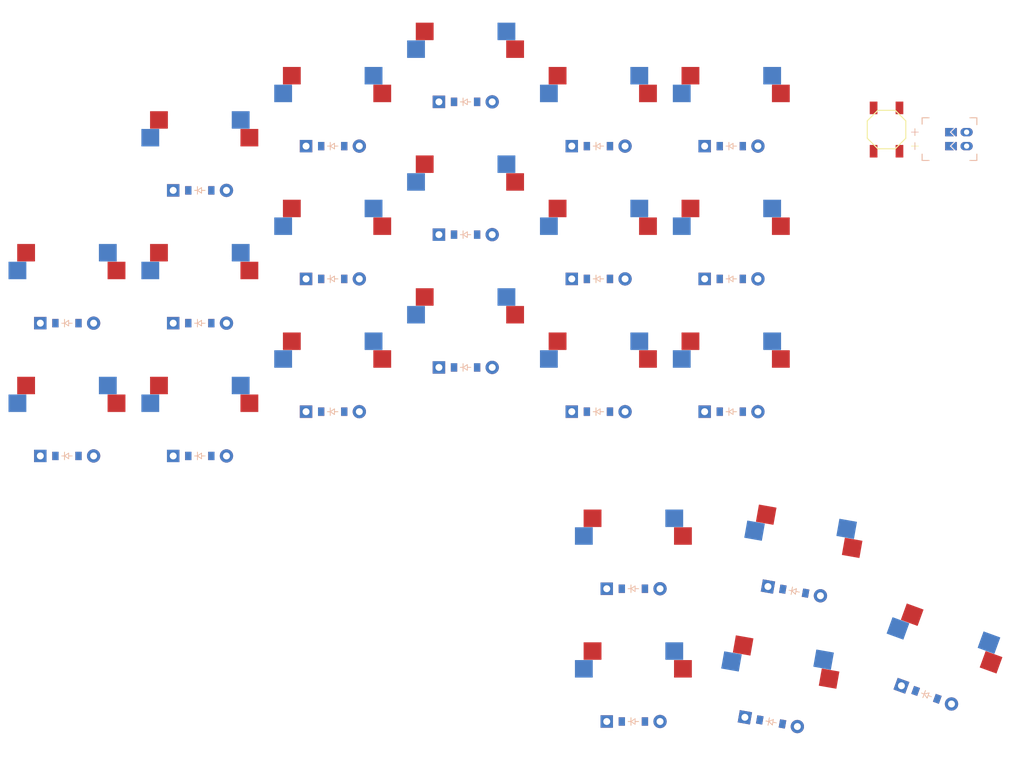
<source format=kicad_pcb>
(kicad_pcb (version 20241229) (generator "pcbnew") (generator_version "9.0")
  (title_block (title "legendaryGuacamole_pcb") (rev "v1.0.0") (company "Diablica"))
  (layers (0 "F.Cu" signal) (2 "B.Cu" signal) (13 "F.Paste" user) (15 "B.Paste" user) (5 "F.SilkS" user) (7 "B.SilkS" user) (1 "F.Mask" user) (3 "B.Mask" user) (25 "Edge.Cuts" user))
  (net 0 "")
  (net 1 "/outer_home")
  (net 2 "/P7")
  (net 3 "/pinky_bottom")
  (net 4 "/P8")
  (net 5 "/pinky_home")
  (net 6 "/P6")
  (net 7 "/pinky_top")
  (net 8 "/ring_bottom")
  (net 9 "/ring_home")
  (net 10 "/ring_top")
  (net 11 "/middle_bottom")
  (net 12 "/middle_home")
  (net 13 "/middle_top")
  (net 14 "/index_bottom")
  (net 15 "/index_home")
  (net 16 "/index_top")
  (net 17 "/inner_bottom")
  (net 18 "/inner_home")
  (net 19 "/inner_top")
  (net 20 "/thumb_1_row_0")
  (net 21 "/P10")
  (net 22 "/thumb_1_row_1")
  (net 23 "/P9")
  (net 24 "/thumb_2_row_0")
  (net 25 "/thumb_2_row_1")
  (net 26 "/thumb_3_row_0")
  (net 27 "/outer_bottom")
  (net 28 "/P0")
  (net 29 "/P1")
  (net 30 "/P2")
  (net 31 "/P3")
  (net 32 "/P4")
  (net 33 "/P5")
  (net 34 "/GND")
  (net 35 "/RST")
  (net 36 "/BAT_P")
  (footprint "E73:SW_TACT_ALPS_SKQGABE010" (layer "F.Cu") (at 231.648 92.202 -90)
    (property "Reference" "B1" (hide yes))
    (property "Value" "~" (hide yes))
    (pad "1" smd rect (at -3.1 -1.85 270) (size 1.8 1.1) (layers "F.Cu" "F.Mask" "F.Paste") (net 34 "/GND"))
    (pad "1" smd rect (at 3.1 -1.85 270) (size 1.8 1.1) (layers "F.Cu" "F.Mask" "F.Paste") (net 34 "/GND"))
    (pad "2" smd rect (at -3.1 1.85 270) (size 1.8 1.1) (layers "F.Cu" "F.Mask" "F.Paste") (net 35 "/RST"))
    (pad "2" smd rect (at 3.1 1.85 270) (size 1.8 1.1) (layers "F.Cu" "F.Mask" "F.Paste") (net 35 "/RST"))
  )
  (footprint "MX" (layer "F.Cu") (at 190.45 127.571334)
    (property "Reference" "S12" (hide yes))
    (property "Value" "~" (hide yes))
    (pad "" np_thru_hole circle (at -5.08 0) (size 1.7018 1.7018) (drill 1.7018) (layers "*.Cu" "*.Mask"))
    (pad "" np_thru_hole circle (at -3.81 -2.54) (size 3 3) (drill 3) (layers "*.Cu" "*.Mask"))
    (pad "" np_thru_hole circle (at -2.54 -5.08) (size 3 3) (drill 3) (layers "*.Cu" "*.Mask"))
    (pad "" np_thru_hole circle (at 0 0) (size 3.9878 3.9878) (drill 3.9878) (layers "*.Cu" "*.Mask"))
    (pad "" np_thru_hole circle (at 2.54 -5.08) (size 3 3) (drill 3) (layers "*.Cu" "*.Mask"))
    (pad "" np_thru_hole circle (at 3.81 -2.54) (size 3 3) (drill 3) (layers "*.Cu" "*.Mask"))
    (pad "" np_thru_hole circle (at 5.08 0) (size 1.7018 1.7018) (drill 1.7018) (layers "*.Cu" "*.Mask"))
    (pad "1" smd rect (at -7.085 -2.54) (size 2.55 2.5) (layers "B.Cu" "B.Mask" "B.Paste") (net 32 "/P4"))
    (pad "1" smd rect (at 7.085 -2.54) (size 2.55 2.5) (layers "F.Cu" "F.Mask" "F.Paste") (net 32 "/P4"))
    (pad "2" smd rect (at -5.842 -5.08) (size 2.55 2.5) (layers "F.Cu" "F.Mask" "F.Paste") (net 14 "/index_bottom"))
    (pad "2" smd rect (at 5.842 -5.08) (size 2.55 2.5) (layers "B.Cu" "B.Mask" "B.Paste") (net 14 "/index_bottom"))
  )
  (footprint "MX" (layer "F.Cu") (at 190.45 89.571334)
    (property "Reference" "S14" (hide yes))
    (property "Value" "~" (hide yes))
    (pad "" np_thru_hole circle (at -5.08 0) (size 1.7018 1.7018) (drill 1.7018) (layers "*.Cu" "*.Mask"))
    (pad "" np_thru_hole circle (at -3.81 -2.54) (size 3 3) (drill 3) (layers "*.Cu" "*.Mask"))
    (pad "" np_thru_hole circle (at -2.54 -5.08) (size 3 3) (drill 3) (layers "*.Cu" "*.Mask"))
    (pad "" np_thru_hole circle (at 0 0) (size 3.9878 3.9878) (drill 3.9878) (layers "*.Cu" "*.Mask"))
    (pad "" np_thru_hole circle (at 2.54 -5.08) (size 3 3) (drill 3) (layers "*.Cu" "*.Mask"))
    (pad "" np_thru_hole circle (at 3.81 -2.54) (size 3 3) (drill 3) (layers "*.Cu" "*.Mask"))
    (pad "" np_thru_hole circle (at 5.08 0) (size 1.7018 1.7018) (drill 1.7018) (layers "*.Cu" "*.Mask"))
    (pad "1" smd rect (at -7.085 -2.54) (size 2.55 2.5) (layers "B.Cu" "B.Mask" "B.Paste") (net 32 "/P4"))
    (pad "1" smd rect (at 7.085 -2.54) (size 2.55 2.5) (layers "F.Cu" "F.Mask" "F.Paste") (net 32 "/P4"))
    (pad "2" smd rect (at -5.842 -5.08) (size 2.55 2.5) (layers "F.Cu" "F.Mask" "F.Paste") (net 16 "/index_top"))
    (pad "2" smd rect (at 5.842 -5.08) (size 2.55 2.5) (layers "B.Cu" "B.Mask" "B.Paste") (net 16 "/index_top"))
  )
  (footprint "ComboDiode" (layer "F.Cu") (at 133.45 119.904667)
    (property "Reference" "D4" (hide yes))
    (property "Value" "~" (hide yes))
    (pad "1" thru_hole rect (at -3.81 0) (size 1.778 1.778) (drill 0.9906) (layers "*.Cu" "*.Mask") (net 2 "/P7"))
    (pad "1" smd rect (at -1.65 0) (size 0.9 1.2) (layers "F.Cu" "F.Mask" "F.Paste") (net 2 "/P7"))
    (pad "1" smd rect (at -1.65 0) (size 0.9 1.2) (layers "B.Cu" "B.Mask" "B.Paste") (net 2 "/P7"))
    (pad "2" smd rect (at 1.65 0) (size 0.9 1.2) (layers "F.Cu" "F.Mask" "F.Paste") (net 5 "/pinky_home"))
    (pad "2" smd rect (at 1.65 0) (size 0.9 1.2) (layers "B.Cu" "B.Mask" "B.Paste") (net 5 "/pinky_home"))
    (pad "2" thru_hole circle (at 3.81 0) (size 1.905 1.905) (drill 0.9906) (layers "*.Cu" "*.Mask") (net 5 "/pinky_home"))
  )
  (footprint "MX" (layer "F.Cu") (at 216.012834 172.041397 -10)
    (property "Reference" "S20" (hide yes))
    (property "Value" "~" (hide yes))
    (pad "" np_thru_hole circle (at -5.08 0) (size 1.7018 1.7018) (drill 1.7018) (layers "*.Cu" "*.Mask"))
    (pad "" np_thru_hole circle (at -3.81 -2.54) (size 3 3) (drill 3) (layers "*.Cu" "*.Mask"))
    (pad "" np_thru_hole circle (at -2.54 -5.08) (size 3 3) (drill 3) (layers "*.Cu" "*.Mask"))
    (pad "" np_thru_hole circle (at 0 0) (size 3.9878 3.9878) (drill 3.9878) (layers "*.Cu" "*.Mask"))
    (pad "" np_thru_hole circle (at 2.54 -5.08) (size 3 3) (drill 3) (layers "*.Cu" "*.Mask"))
    (pad "" np_thru_hole circle (at 3.81 -2.54) (size 3 3) (drill 3) (layers "*.Cu" "*.Mask"))
    (pad "" np_thru_hole circle (at 5.08 0) (size 1.7018 1.7018) (drill 1.7018) (layers "*.Cu" "*.Mask"))
    (pad "1" smd rect (at -7.085 -2.54 350) (size 2.55 2.5) (layers "B.Cu" "B.Mask" "B.Paste") (net 32 "/P4"))
    (pad "1" smd rect (at 7.085 -2.54 350) (size 2.55 2.5) (layers "F.Cu" "F.Mask" "F.Paste") (net 32 "/P4"))
    (pad "2" smd rect (at -5.842 -5.08 350) (size 2.55 2.5) (layers "F.Cu" "F.Mask" "F.Paste") (net 24 "/thumb_2_row_0"))
    (pad "2" smd rect (at 5.842 -5.08 350) (size 2.55 2.5) (layers "B.Cu" "B.Mask" "B.Paste") (net 24 "/thumb_2_row_0"))
  )
  (footprint "MX" (layer "F.Cu") (at 133.45 95.904667)
    (property "Reference" "S5" (hide yes))
    (property "Value" "~" (hide yes))
    (pad "" np_thru_hole circle (at -5.08 0) (size 1.7018 1.7018) (drill 1.7018) (layers "*.Cu" "*.Mask"))
    (pad "" np_thru_hole circle (at -3.81 -2.54) (size 3 3) (drill 3) (layers "*.Cu" "*.Mask"))
    (pad "" np_thru_hole circle (at -2.54 -5.08) (size 3 3) (drill 3) (layers "*.Cu" "*.Mask"))
    (pad "" np_thru_hole circle (at 0 0) (size 3.9878 3.9878) (drill 3.9878) (layers "*.Cu" "*.Mask"))
    (pad "" np_thru_hole circle (at 2.54 -5.08) (size 3 3) (drill 3) (layers "*.Cu" "*.Mask"))
    (pad "" np_thru_hole circle (at 3.81 -2.54) (size 3 3) (drill 3) (layers "*.Cu" "*.Mask"))
    (pad "" np_thru_hole circle (at 5.08 0) (size 1.7018 1.7018) (drill 1.7018) (layers "*.Cu" "*.Mask"))
    (pad "1" smd rect (at -7.085 -2.54) (size 2.55 2.5) (layers "B.Cu" "B.Mask" "B.Paste") (net 29 "/P1"))
    (pad "1" smd rect (at 7.085 -2.54) (size 2.55 2.5) (layers "F.Cu" "F.Mask" "F.Paste") (net 29 "/P1"))
    (pad "2" smd rect (at -5.842 -5.08) (size 2.55 2.5) (layers "F.Cu" "F.Mask" "F.Paste") (net 7 "/pinky_top"))
    (pad "2" smd rect (at 5.842 -5.08) (size 2.55 2.5) (layers "B.Cu" "B.Mask" "B.Paste") (net 7 "/pinky_top"))
  )
  (footprint "ComboDiode" (layer "F.Cu") (at 209.45 113.571334)
    (property "Reference" "D16" (hide yes))
    (property "Value" "~" (hide yes))
    (pad "1" thru_hole rect (at -3.81 0) (size 1.778 1.778) (drill 0.9906) (layers "*.Cu" "*.Mask") (net 2 "/P7"))
    (pad "1" smd rect (at -1.65 0) (size 0.9 1.2) (layers "F.Cu" "F.Mask" "F.Paste") (net 2 "/P7"))
    (pad "1" smd rect (at -1.65 0) (size 0.9 1.2) (layers "B.Cu" "B.Mask" "B.Paste") (net 2 "/P7"))
    (pad "2" smd rect (at 1.65 0) (size 0.9 1.2) (layers "F.Cu" "F.Mask" "F.Paste") (net 18 "/inner_home"))
    (pad "2" smd rect (at 1.65 0) (size 0.9 1.2) (layers "B.Cu" "B.Mask" "B.Paste") (net 18 "/inner_home"))
    (pad "2" thru_hole circle (at 3.81 0) (size 1.905 1.905) (drill 0.9906) (layers "*.Cu" "*.Mask") (net 18 "/inner_home"))
  )
  (footprint "ComboDiode" (layer "F.Cu") (at 152.45 132.571334)
    (property "Reference" "D6" (hide yes))
    (property "Value" "~" (hide yes))
    (pad "1" thru_hole rect (at -3.81 0) (size 1.778 1.778) (drill 0.9906) (layers "*.Cu" "*.Mask") (net 4 "/P8"))
    (pad "1" smd rect (at -1.65 0) (size 0.9 1.2) (layers "F.Cu" "F.Mask" "F.Paste") (net 4 "/P8"))
    (pad "1" smd rect (at -1.65 0) (size 0.9 1.2) (layers "B.Cu" "B.Mask" "B.Paste") (net 4 "/P8"))
    (pad "2" smd rect (at 1.65 0) (size 0.9 1.2) (layers "F.Cu" "F.Mask" "F.Paste") (net 8 "/ring_bottom"))
    (pad "2" smd rect (at 1.65 0) (size 0.9 1.2) (layers "B.Cu" "B.Mask" "B.Paste") (net 8 "/ring_bottom"))
    (pad "2" thru_hole circle (at 3.81 0) (size 1.905 1.905) (drill 0.9906) (layers "*.Cu" "*.Mask") (net 8 "/ring_bottom"))
  )
  (footprint "ComboDiode" (layer "F.Cu") (at 190.45 113.571334)
    (property "Reference" "D13" (hide yes))
    (property "Value" "~" (hide yes))
    (pad "1" thru_hole rect (at -3.81 0) (size 1.778 1.778) (drill 0.9906) (layers "*.Cu" "*.Mask") (net 2 "/P7"))
    (pad "1" smd rect (at -1.65 0) (size 0.9 1.2) (layers "F.Cu" "F.Mask" "F.Paste") (net 2 "/P7"))
    (pad "1" smd rect (at -1.65 0) (size 0.9 1.2) (layers "B.Cu" "B.Mask" "B.Paste") (net 2 "/P7"))
    (pad "2" smd rect (at 1.65 0) (size 0.9 1.2) (layers "F.Cu" "F.Mask" "F.Paste") (net 15 "/index_home"))
    (pad "2" smd rect (at 1.65 0) (size 0.9 1.2) (layers "B.Cu" "B.Mask" "B.Paste") (net 15 "/index_home"))
    (pad "2" thru_hole circle (at 3.81 0) (size 1.905 1.905) (drill 0.9906) (layers "*.Cu" "*.Mask") (net 15 "/index_home"))
  )
  (footprint "ComboDiode" (layer "F.Cu") (at 209.45 94.571334)
    (property "Reference" "D17" (hide yes))
    (property "Value" "~" (hide yes))
    (pad "1" thru_hole rect (at -3.81 0) (size 1.778 1.778) (drill 0.9906) (layers "*.Cu" "*.Mask") (net 6 "/P6"))
    (pad "1" smd rect (at -1.65 0) (size 0.9 1.2) (layers "F.Cu" "F.Mask" "F.Paste") (net 6 "/P6"))
    (pad "1" smd rect (at -1.65 0) (size 0.9 1.2) (layers "B.Cu" "B.Mask" "B.Paste") (net 6 "/P6"))
    (pad "2" smd rect (at 1.65 0) (size 0.9 1.2) (layers "F.Cu" "F.Mask" "F.Paste") (net 19 "/inner_top"))
    (pad "2" smd rect (at 1.65 0) (size 0.9 1.2) (layers "B.Cu" "B.Mask" "B.Paste") (net 19 "/inner_top"))
    (pad "2" thru_hole circle (at 3.81 0) (size 1.905 1.905) (drill 0.9906) (layers "*.Cu" "*.Mask") (net 19 "/inner_top"))
  )
  (footprint "ComboDiode" (layer "F.Cu") (at 114.45 138.904667)
    (property "Reference" "D1" (hide yes))
    (property "Value" "~" (hide yes))
    (pad "1" thru_hole rect (at -3.81 0) (size 1.778 1.778) (drill 0.9906) (layers "*.Cu" "*.Mask") (net 4 "/P8"))
    (pad "1" smd rect (at -1.65 0) (size 0.9 1.2) (layers "F.Cu" "F.Mask" "F.Paste") (net 4 "/P8"))
    (pad "1" smd rect (at -1.65 0) (size 0.9 1.2) (layers "B.Cu" "B.Mask" "B.Paste") (net 4 "/P8"))
    (pad "2" smd rect (at 1.65 0) (size 0.9 1.2) (layers "F.Cu" "F.Mask" "F.Paste") (net 27 "/outer_bottom"))
    (pad "2" smd rect (at 1.65 0) (size 0.9 1.2) (layers "B.Cu" "B.Mask" "B.Paste") (net 27 "/outer_bottom"))
    (pad "2" thru_hole circle (at 3.81 0) (size 1.905 1.905) (drill 0.9906) (layers "*.Cu" "*.Mask") (net 27 "/outer_bottom"))
  )
  (footprint "ComboDiode" (layer "F.Cu") (at 190.45 132.571334)
    (property "Reference" "D12" (hide yes))
    (property "Value" "~" (hide yes))
    (pad "1" thru_hole rect (at -3.81 0) (size 1.778 1.778) (drill 0.9906) (layers "*.Cu" "*.Mask") (net 4 "/P8"))
    (pad "1" smd rect (at -1.65 0) (size 0.9 1.2) (layers "F.Cu" "F.Mask" "F.Paste") (net 4 "/P8"))
    (pad "1" smd rect (at -1.65 0) (size 0.9 1.2) (layers "B.Cu" "B.Mask" "B.Paste") (net 4 "/P8"))
    (pad "2" smd rect (at 1.65 0) (size 0.9 1.2) (layers "F.Cu" "F.Mask" "F.Paste") (net 14 "/index_bottom"))
    (pad "2" smd rect (at 1.65 0) (size 0.9 1.2) (layers "B.Cu" "B.Mask" "B.Paste") (net 14 "/index_bottom"))
    (pad "2" thru_hole circle (at 3.81 0) (size 1.905 1.905) (drill 0.9906) (layers "*.Cu" "*.Mask") (net 14 "/index_bottom"))
  )
  (footprint "MX" (layer "F.Cu") (at 195.45 171.904667)
    (property "Reference" "S18" (hide yes))
    (property "Value" "~" (hide yes))
    (pad "" np_thru_hole circle (at -5.08 0) (size 1.7018 1.7018) (drill 1.7018) (layers "*.Cu" "*.Mask"))
    (pad "" np_thru_hole circle (at -3.81 -2.54) (size 3 3) (drill 3) (layers "*.Cu" "*.Mask"))
    (pad "" np_thru_hole circle (at -2.54 -5.08) (size 3 3) (drill 3) (layers "*.Cu" "*.Mask"))
    (pad "" np_thru_hole circle (at 0 0) (size 3.9878 3.9878) (drill 3.9878) (layers "*.Cu" "*.Mask"))
    (pad "" np_thru_hole circle (at 2.54 -5.08) (size 3 3) (drill 3) (layers "*.Cu" "*.Mask"))
    (pad "" np_thru_hole circle (at 3.81 -2.54) (size 3 3) (drill 3) (layers "*.Cu" "*.Mask"))
    (pad "" np_thru_hole circle (at 5.08 0) (size 1.7018 1.7018) (drill 1.7018) (layers "*.Cu" "*.Mask"))
    (pad "1" smd rect (at -7.085 -2.54) (size 2.55 2.5) (layers "B.Cu" "B.Mask" "B.Paste") (net 31 "/P3"))
    (pad "1" smd rect (at 7.085 -2.54) (size 2.55 2.5) (layers "F.Cu" "F.Mask" "F.Paste") (net 31 "/P3"))
    (pad "2" smd rect (at -5.842 -5.08) (size 2.55 2.5) (layers "F.Cu" "F.Mask" "F.Paste") (net 20 "/thumb_1_row_0"))
    (pad "2" smd rect (at 5.842 -5.08) (size 2.55 2.5) (layers "B.Cu" "B.Mask" "B.Paste") (net 20 "/thumb_1_row_0"))
  )
  (footprint "ComboDiode" (layer "F.Cu") (at 152.45 113.571334)
    (property "Reference" "D7" (hide yes))
    (property "Value" "~" (hide yes))
    (pad "1" thru_hole rect (at -3.81 0) (size 1.778 1.778) (drill 0.9906) (layers "*.Cu" "*.Mask") (net 2 "/P7"))
    (pad "1" smd rect (at -1.65 0) (size 0.9 1.2) (layers "F.Cu" "F.Mask" "F.Paste") (net 2 "/P7"))
    (pad "1" smd rect (at -1.65 0) (size 0.9 1.2) (layers "B.Cu" "B.Mask" "B.Paste") (net 2 "/P7"))
    (pad "2" smd rect (at 1.65 0) (size 0.9 1.2) (layers "F.Cu" "F.Mask" "F.Paste") (net 9 "/ring_home"))
    (pad "2" smd rect (at 1.65 0) (size 0.9 1.2) (layers "B.Cu" "B.Mask" "B.Paste") (net 9 "/ring_home"))
    (pad "2" thru_hole circle (at 3.81 0) (size 1.905 1.905) (drill 0.9906) (layers "*.Cu" "*.Mask") (net 9 "/ring_home"))
  )
  (footprint "ComboDiode" (layer "F.Cu") (at 195.45 157.904667)
    (property "Reference" "D19" (hide yes))
    (property "Value" "~" (hide yes))
    (pad "1" thru_hole rect (at -3.81 0) (size 1.778 1.778) (drill 0.9906) (layers "*.Cu" "*.Mask") (net 23 "/P9"))
    (pad "1" smd rect (at -1.65 0) (size 0.9 1.2) (layers "F.Cu" "F.Mask" "F.Paste") (net 23 "/P9"))
    (pad "1" smd rect (at -1.65 0) (size 0.9 1.2) (layers "B.Cu" "B.Mask" "B.Paste") (net 23 "/P9"))
    (pad "2" smd rect (at 1.65 0) (size 0.9 1.2) (layers "F.Cu" "F.Mask" "F.Paste") (net 22 "/thumb_1_row_1"))
    (pad "2" smd rect (at 1.65 0) (size 0.9 1.2) (layers "B.Cu" "B.Mask" "B.Paste") (net 22 "/thumb_1_row_1"))
    (pad "2" thru_hole circle (at 3.81 0) (size 1.905 1.905) (drill 0.9906) (layers "*.Cu" "*.Mask") (net 22 "/thumb_1_row_1"))
  )
  (footprint "ComboDiode" (layer "F.Cu") (at 237.358576 173.094173 -20)
    (property "Reference" "D22" (hide yes))
    (property "Value" "~" (hide yes))
    (pad "1" thru_hole rect (at -3.81 0 340) (size 1.778 1.778) (drill 0.9906) (layers "*.Cu" "*.Mask") (net 21 "/P10"))
    (pad "1" smd rect (at -1.65 0 340) (size 0.9 1.2) (layers "F.Cu" "F.Mask" "F.Paste") (net 21 "/P10"))
    (pad "1" smd rect (at -1.65 0 340) (size 0.9 1.2) (layers "B.Cu" "B.Mask" "B.Paste") (net 21 "/P10"))
    (pad "2" smd rect (at 1.65 0 340) (size 0.9 1.2) (layers "F.Cu" "F.Mask" "F.Paste") (net 26 "/thumb_3_row_0"))
    (pad "2" smd rect (at 1.65 0 340) (size 0.9 1.2) (layers "B.Cu" "B.Mask" "B.Paste") (net 26 "/thumb_3_row_0"))
    (pad "2" thru_hole circle (at 3.81 0 340) (size 1.905 1.905) (drill 0.9906) (layers "*.Cu" "*.Mask") (net 26 "/thumb_3_row_0"))
  )
  (footprint "MX" (layer "F.Cu") (at 190.45 108.571334)
    (property "Reference" "S13" (hide yes))
    (property "Value" "~" (hide yes))
    (pad "" np_thru_hole circle (at -5.08 0) (size 1.7018 1.7018) (drill 1.7018) (layers "*.Cu" "*.Mask"))
    (pad "" np_thru_hole circle (at -3.81 -2.54) (size 3 3) (drill 3) (layers "*.Cu" "*.Mask"))
    (pad "" np_thru_hole circle (at -2.54 -5.08) (size 3 3) (drill 3) (layers "*.Cu" "*.Mask"))
    (pad "" np_thru_hole circle (at 0 0) (size 3.9878 3.9878) (drill 3.9878) (layers "*.Cu" "*.Mask"))
    (pad "" np_thru_hole circle (at 2.54 -5.08) (size 3 3) (drill 3) (layers "*.Cu" "*.Mask"))
    (pad "" np_thru_hole circle (at 3.81 -2.54) (size 3 3) (drill 3) (layers "*.Cu" "*.Mask"))
    (pad "" np_thru_hole circle (at 5.08 0) (size 1.7018 1.7018) (drill 1.7018) (layers "*.Cu" "*.Mask"))
    (pad "1" smd rect (at -7.085 -2.54) (size 2.55 2.5) (layers "B.Cu" "B.Mask" "B.Paste") (net 32 "/P4"))
    (pad "1" smd rect (at 7.085 -2.54) (size 2.55 2.5) (layers "F.Cu" "F.Mask" "F.Paste") (net 32 "/P4"))
    (pad "2" smd rect (at -5.842 -5.08) (size 2.55 2.5) (layers "F.Cu" "F.Mask" "F.Paste") (net 15 "/index_home"))
    (pad "2" smd rect (at 5.842 -5.08) (size 2.55 2.5) (layers "B.Cu" "B.Mask" "B.Paste") (net 15 "/index_home"))
  )
  (footprint "ComboDiode" (layer "F.Cu") (at 190.45 94.571334)
    (property "Reference" "D14" (hide yes))
    (property "Value" "~" (hide yes))
    (pad "1" thru_hole rect (at -3.81 0) (size 1.778 1.778) (drill 0.9906) (layers "*.Cu" "*.Mask") (net 6 "/P6"))
    (pad "1" smd rect (at -1.65 0) (size 0.9 1.2) (layers "F.Cu" "F.Mask" "F.Paste") (net 6 "/P6"))
    (pad "1" smd rect (at -1.65 0) (size 0.9 1.2) (layers "B.Cu" "B.Mask" "B.Paste") (net 6 "/P6"))
    (pad "2" smd rect (at 1.65 0) (size 0.9 1.2) (layers "F.Cu" "F.Mask" "F.Paste") (net 16 "/index_top"))
    (pad "2" smd rect (at 1.65 0) (size 0.9 1.2) (layers "B.Cu" "B.Mask" "B.Paste") (net 16 "/index_top"))
    (pad "2" thru_hole circle (at 3.81 0) (size 1.905 1.905) (drill 0.9906) (layers "*.Cu" "*.Mask") (net 16 "/index_top"))
  )
  (footprint "ComboDiode" (layer "F.Cu") (at 215.144593 176.965436 -10)
    (property "Reference" "D20" (hide yes))
    (property "Value" "~" (hide yes))
    (pad "1" thru_hole rect (at -3.810001 0 350) (size 1.778 1.778) (drill 0.9906) (layers "*.Cu" "*.Mask") (net 21 "/P10"))
    (pad "1" smd rect (at -1.65 0.000001 350) (size 0.9 1.2) (layers "F.Cu" "F.Mask" "F.Paste") (net 21 "/P10"))
    (pad "1" smd rect (at -1.65 0.000001 350) (size 0.9 1.2) (layers "B.Cu" "B.Mask" "B.Paste") (net 21 "/P10"))
    (pad "2" smd rect (at 1.65 -0.000001 350) (size 0.9 1.2) (layers "F.Cu" "F.Mask" "F.Paste") (net 24 "/thumb_2_row_0"))
    (pad "2" smd rect (at 1.65 -0.000001 350) (size 0.9 1.2) (layers "B.Cu" "B.Mask" "B.Paste") (net 24 "/thumb_2_row_0"))
    (pad "2" thru_hole circle (at 3.810001 0 350) (size 1.905 1.905) (drill 0.9906) (layers "*.Cu" "*.Mask") (net 24 "/thumb_2_row_0"))
  )
  (footprint "ComboDiode" (layer "F.Cu") (at 152.45 94.571334)
    (property "Reference" "D8" (hide yes))
    (property "Value" "~" (hide yes))
    (pad "1" thru_hole rect (at -3.81 0) (size 1.778 1.778) (drill 0.9906) (layers "*.Cu" "*.Mask") (net 6 "/P6"))
    (pad "1" smd rect (at -1.65 0) (size 0.9 1.2) (layers "F.Cu" "F.Mask" "F.Paste") (net 6 "/P6"))
    (pad "1" smd rect (at -1.65 0) (size 0.9 1.2) (layers "B.Cu" "B.Mask" "B.Paste") (net 6 "/P6"))
    (pad "2" smd rect (at 1.65 0) (size 0.9 1.2) (layers "F.Cu" "F.Mask" "F.Paste") (net 10 "/ring_top"))
    (pad "2" smd rect (at 1.65 0) (size 0.9 1.2) (layers "B.Cu" "B.Mask" "B.Paste") (net 10 "/ring_top"))
    (pad "2" thru_hole circle (at 3.81 0) (size 1.905 1.905) (drill 0.9906) (layers "*.Cu" "*.Mask") (net 10 "/ring_top"))
  )
  (footprint "MX" (layer "F.Cu") (at 133.45 133.904667)
    (property "Reference" "S3" (hide yes))
    (property "Value" "~" (hide yes))
    (pad "" np_thru_hole circle (at -5.08 0) (size 1.7018 1.7018) (drill 1.7018) (layers "*.Cu" "*.Mask"))
    (pad "" np_thru_hole circle (at -3.81 -2.54) (size 3 3) (drill 3) (layers "*.Cu" "*.Mask"))
    (pad "" np_thru_hole circle (at -2.54 -5.08) (size 3 3) (drill 3) (layers "*.Cu" "*.Mask"))
    (pad "" np_thru_hole circle (at 0 0) (size 3.9878 3.9878) (drill 3.9878) (layers "*.Cu" "*.Mask"))
    (pad "" np_thru_hole circle (at 2.54 -5.08) (size 3 3) (drill 3) (layers "*.Cu" "*.Mask"))
    (pad "" np_thru_hole circle (at 3.81 -2.54) (size 3 3) (drill 3) (layers "*.Cu" "*.Mask"))
    (pad "" np_thru_hole circle (at 5.08 0) (size 1.7018 1.7018) (drill 1.7018) (layers "*.Cu" "*.Mask"))
    (pad "1" smd rect (at -7.085 -2.54) (size 2.55 2.5) (layers "B.Cu" "B.Mask" "B.Paste") (net 29 "/P1"))
    (pad "1" smd rect (at 7.085 -2.54) (size 2.55 2.5) (layers "F.Cu" "F.Mask" "F.Paste") (net 29 "/P1"))
    (pad "2" smd rect (at -5.842 -5.08) (size 2.55 2.5) (layers "F.Cu" "F.Mask" "F.Paste") (net 3 "/pinky_bottom"))
    (pad "2" smd rect (at 5.842 -5.08) (size 2.55 2.5) (layers "B.Cu" "B.Mask" "B.Paste") (net 3 "/pinky_bottom"))
  )
  (footprint "ComboDiode" (layer "F.Cu") (at 171.45 107.238)
    (property "Reference" "D10" (hide yes))
    (property "Value" "~" (hide yes))
    (pad "1" thru_hole rect (at -3.81 0) (size 1.778 1.778) (drill 0.9906) (layers "*.Cu" "*.Mask") (net 2 "/P7"))
    (pad "1" smd rect (at -1.65 0) (size 0.9 1.2) (layers "F.Cu" "F.Mask" "F.Paste") (net 2 "/P7"))
    (pad "1" smd rect (at -1.65 0) (size 0.9 1.2) (layers "B.Cu" "B.Mask" "B.Paste") (net 2 "/P7"))
    (pad "2" smd rect (at 1.65 0) (size 0.9 1.2) (layers "F.Cu" "F.Mask" "F.Paste") (net 12 "/middle_home"))
    (pad "2" smd rect (at 1.65 0) (size 0.9 1.2) (layers "B.Cu" "B.Mask" "B.Paste") (net 12 "/middle_home"))
    (pad "2" thru_hole circle (at 3.81 0) (size 1.905 1.905) (drill 0.9906) (layers "*.Cu" "*.Mask") (net 12 "/middle_home"))
  )
  (footprint "MX" (layer "F.Cu") (at 152.45 127.571334)
    (property "Reference" "S6" (hide yes))
    (property "Value" "~" (hide yes))
    (pad "" np_thru_hole circle (at -5.08 0) (size 1.7018 1.7018) (drill 1.7018) (layers "*.Cu" "*.Mask"))
    (pad "" np_thru_hole circle (at -3.81 -2.54) (size 3 3) (drill 3) (layers "*.Cu" "*.Mask"))
    (pad "" np_thru_hole circle (at -2.54 -5.08) (size 3 3) (drill 3) (layers "*.Cu" "*.Mask"))
    (pad "" np_thru_hole circle (at 0 0) (size 3.9878 3.9878) (drill 3.9878) (layers "*.Cu" "*.Mask"))
    (pad "" np_thru_hole circle (at 2.54 -5.08) (size 3 3) (drill 3) (layers "*.Cu" "*.Mask"))
    (pad "" np_thru_hole circle (at 3.81 -2.54) (size 3 3) (drill 3) (layers "*.Cu" "*.Mask"))
    (pad "" np_thru_hole circle (at 5.08 0) (size 1.7018 1.7018) (drill 1.7018) (layers "*.Cu" "*.Mask"))
    (pad "1" smd rect (at -7.085 -2.54) (size 2.55 2.5) (layers "B.Cu" "B.Mask" "B.Paste") (net 30 "/P2"))
    (pad "1" smd rect (at 7.085 -2.54) (size 2.55 2.5) (layers "F.Cu" "F.Mask" "F.Paste") (net 30 "/P2"))
    (pad "2" smd rect (at -5.842 -5.08) (size 2.55 2.5) (layers "F.Cu" "F.Mask" "F.Paste") (net 8 "/ring_bottom"))
    (pad "2" smd rect (at 5.842 -5.08) (size 2.55 2.5) (layers "B.Cu" "B.Mask" "B.Paste") (net 8 "/ring_bottom"))
  )
  (footprint "ComboDiode" (layer "F.Cu") (at 195.45 176.904667)
    (property "Reference" "D18" (hide yes))
    (property "Value" "~" (hide yes))
    (pad "1" thru_hole rect (at -3.81 0) (size 1.778 1.778) (drill 0.9906) (layers "*.Cu" "*.Mask") (net 21 "/P10"))
    (pad "1" smd rect (at -1.65 0) (size 0.9 1.2) (layers "F.Cu" "F.Mask" "F.Paste") (net 21 "/P10"))
    (pad "1" smd rect (at -1.65 0) (size 0.9 1.2) (layers "B.Cu" "B.Mask" "B.Paste") (net 21 "/P10"))
    (pad "2" smd rect (at 1.65 0) (size 0.9 1.2) (layers "F.Cu" "F.Mask" "F.Paste") (net 20 "/thumb_1_row_0"))
    (pad "2" smd rect (at 1.65 0) (size 0.9 1.2) (layers "B.Cu" "B.Mask" "B.Paste") (net 20 "/thumb_1_row_0"))
    (pad "2" thru_hole circle (at 3.81 0) (size 1.905 1.905) (drill 0.9906) (layers "*.Cu" "*.Mask") (net 20 "/thumb_1_row_0"))
  )
  (footprint "MX" (layer "F.Cu") (at 152.45 108.571334)
    (property "Reference" "S7" (hide yes))
    (property "Value" "~" (hide yes))
    (pad "" np_thru_hole circle (at -5.08 0) (size 1.7018 1.7018) (drill 1.7018) (layers "*.Cu" "*.Mask"))
    (pad "" np_thru_hole circle (at -3.81 -2.54) (size 3 3) (drill 3) (layers "*.Cu" "*.Mask"))
    (pad "" np_thru_hole circle (at -2.54 -5.08) (size 3 3) (drill 3) (layers "*.Cu" "*.Mask"))
    (pad "" np_thru_hole circle (at 0 0) (size 3.9878 3.9878) (drill 3.9878) (layers "*.Cu" "*.Mask"))
    (pad "" np_thru_hole circle (at 2.54 -5.08) (size 3 3) (drill 3) (layers "*.Cu" "*.Mask"))
    (pad "" np_thru_hole circle (at 3.81 -2.54) (size 3 3) (drill 3) (layers "*.Cu" "*.Mask"))
    (pad "" np_thru_hole circle (at 5.08 0) (size 1.7018 1.7018) (drill 1.7018) (layers "*.Cu" "*.Mask"))
    (pad "1" smd rect (at -7.085 -2.54) (size 2.55 2.5) (layers "B.Cu" "B.Mask" "B.Paste") (net 30 "/P2"))
    (pad "1" smd rect (at 7.085 -2.54) (size 2.55 2.5) (layers "F.Cu" "F.Mask" "F.Paste") (net 30 "/P2"))
    (pad "2" smd rect (at -5.842 -5.08) (size 2.55 2.5) (layers "F.Cu" "F.Mask" "F.Paste") (net 9 "/ring_home"))
    (pad "2" smd rect (at 5.842 -5.08) (size 2.55 2.5) (layers "B.Cu" "B.Mask" "B.Paste") (net 9 "/ring_home"))
  )
  (footprint "MX" (layer "F.Cu") (at 114.45 114.904667)
    (property "Reference" "S2" (hide yes))
    (property "Value" "~" (hide yes))
    (pad "" np_thru_hole circle (at -5.08 0) (size 1.7018 1.7018) (drill 1.7018) (layers "*.Cu" "*.Mask"))
    (pad "" np_thru_hole circle (at -3.81 -2.54) (size 3 3) (drill 3) (layers "*.Cu" "*.Mask"))
    (pad "" np_thru_hole circle (at -2.54 -5.08) (size 3 3) (drill 3) (layers "*.Cu" "*.Mask"))
    (pad "" np_thru_hole circle (at 0 0) (size 3.9878 3.9878) (drill 3.9878) (layers "*.Cu" "*.Mask"))
    (pad "" np_thru_hole circle (at 2.54 -5.08) (size 3 3) (drill 3) (layers "*.Cu" "*.Mask"))
    (pad "" np_thru_hole circle (at 3.81 -2.54) (size 3 3) (drill 3) (layers "*.Cu" "*.Mask"))
    (pad "" np_thru_hole circle (at 5.08 0) (size 1.7018 1.7018) (drill 1.7018) (layers "*.Cu" "*.Mask"))
    (pad "1" smd rect (at -7.085 -2.54) (size 2.55 2.5) (layers "B.Cu" "B.Mask" "B.Paste") (net 28 "/P0"))
    (pad "1" smd rect (at 7.085 -2.54) (size 2.55 2.5) (layers "F.Cu" "F.Mask" "F.Paste") (net 28 "/P0"))
    (pad "2" smd rect (at -5.842 -5.08) (size 2.55 2.5) (layers "F.Cu" "F.Mask" "F.Paste") (net 1 "/outer_home"))
    (pad "2" smd rect (at 5.842 -5.08) (size 2.55 2.5) (layers "B.Cu" "B.Mask" "B.Paste") (net 1 "/outer_home"))
  )
  (footprint "ComboDiode" (layer "F.Cu") (at 218.443908 158.254089 -10)
    (property "Reference" "D21" (hide yes))
    (property "Value" "~" (hide yes))
    (pad "1" thru_hole rect (at -3.810001 0 350) (size 1.778 1.778) (drill 0.9906) (layers "*.Cu" "*.Mask") (net 23 "/P9"))
    (pad "1" smd rect (at -1.65 0.000001 350) (size 0.9 1.2) (layers "F.Cu" "F.Mask" "F.Paste") (net 23 "/P9"))
    (pad "1" smd rect (at -1.65 0.000001 350) (size 0.9 1.2) (layers "B.Cu" "B.Mask" "B.Paste") (net 23 "/P9"))
    (pad "2" smd rect (at 1.65 -0.000001 350) (size 0.9 1.2) (layers "F.Cu" "F.Mask" "F.Paste") (net 25 "/thumb_2_row_1"))
    (pad "2" smd rect (at 1.65 -0.000001 350) (size 0.9 1.2) (layers "B.Cu" "B.Mask" "B.Paste") (net 25 "/thumb_2_row_1"))
    (pad "2" thru_hole circle (at 3.810001 0 350) (size 1.905 1.905) (drill 0.9906) (layers "*.Cu" "*.Mask") (net 25 "/thumb_2_row_1"))
  )
  (footprint "MX" (layer "F.Cu") (at 209.45 127.571334)
    (property "Reference" "S15" (hide yes))
    (property "Value" "~" (hide yes))
    (pad "" np_thru_hole circle (at -5.08 0) (size 1.7018 1.7018) (drill 1.7018) (layers "*.Cu" "*.Mask"))
    (pad "" np_thru_hole circle (at -3.81 -2.54) (size 3 3) (drill 3) (layers "*.Cu" "*.Mask"))
    (pad "" np_thru_hole circle (at -2.54 -5.08) (size 3 3) (drill 3) (layers "*.Cu" "*.Mask"))
    (pad "" np_thru_hole circle (at 0 0) (size 3.9878 3.9878) (drill 3.9878) (layers "*.Cu" "*.Mask"))
    (pad "" np_thru_hole circle (at 2.54 -5.08) (size 3 3) (drill 3) (layers "*.Cu" "*.Mask"))
    (pad "" np_thru_hole circle (at 3.81 -2.54) (size 3 3) (drill 3) (layers "*.Cu" "*.Mask"))
    (pad "" np_thru_hole circle (at 5.08 0) (size 1.7018 1.7018) (drill 1.7018) (layers "*.Cu" "*.Mask"))
    (pad "1" smd rect (at -7.085 -2.54) (size 2.55 2.5) (layers "B.Cu" "B.Mask" "B.Paste") (net 33 "/P5"))
    (pad "1" smd rect (at 7.085 -2.54) (size 2.55 2.5) (layers "F.Cu" "F.Mask" "F.Paste") (net 33 "/P5"))
    (pad "2" smd rect (at -5.842 -5.08) (size 2.55 2.5) (layers "F.Cu" "F.Mask" "F.Paste") (net 17 "/inner_bottom"))
    (pad "2" smd rect (at 5.842 -5.08) (size 2.55 2.5) (layers "B.Cu" "B.Mask" "B.Paste") (net 17 "/inner_bottom"))
  )
  (footprint "MX" (layer "F.Cu") (at 152.45 89.571334)
    (property "Reference" "S8" (hide yes))
    (property "Value" "~" (hide yes))
    (pad "" np_thru_hole circle (at -5.08 0) (size 1.7018 1.7018) (drill 1.7018) (layers "*.Cu" "*.Mask"))
    (pad "" np_thru_hole circle (at -3.81 -2.54) (size 3 3) (drill 3) (layers "*.Cu" "*.Mask"))
    (pad "" np_thru_hole circle (at -2.54 -5.08) (size 3 3) (drill 3) (layers "*.Cu" "*.Mask"))
    (pad "" np_thru_hole circle (at 0 0) (size 3.9878 3.9878) (drill 3.9878) (layers "*.Cu" "*.Mask"))
    (pad "" np_thru_hole circle (at 2.54 -5.08) (size 3 3) (drill 3) (layers "*.Cu" "*.Mask"))
    (pad "" np_thru_hole circle (at 3.81 -2.54) (size 3 3) (drill 3) (layers "*.Cu" "*.Mask"))
    (pad "" np_thru_hole circle (at 5.08 0) (size 1.7018 1.7018) (drill 1.7018) (layers "*.Cu" "*.Mask"))
    (pad "1" smd rect (at -7.085 -2.54) (size 2.55 2.5) (layers "B.Cu" "B.Mask" "B.Paste") (net 30 "/P2"))
    (pad "1" smd rect (at 7.085 -2.54) (size 2.55 2.5) (layers "F.Cu" "F.Mask" "F.Paste") (net 30 "/P2"))
    (pad "2" smd rect (at -5.842 -5.08) (size 2.55 2.5) (layers "F.Cu" "F.Mask" "F.Paste") (net 10 "/ring_top"))
    (pad "2" smd rect (at 5.842 -5.08) (size 2.55 2.5) (layers "B.Cu" "B.Mask" "B.Paste") (net 10 "/ring_top"))
  )
  (footprint "MX" (layer "F.Cu") (at 239.068677 168.39571 -20)
    (property "Reference" "S22" (hide yes))
    (property "Value" "~" (hide yes))
    (pad "" np_thru_hole circle (at -5.08 0) (size 1.7018 1.7018) (drill 1.7018) (layers "*.Cu" "*.Mask"))
    (pad "" np_thru_hole circle (at -3.81 -2.54) (size 3 3) (drill 3) (layers "*.Cu" "*.Mask"))
    (pad "" np_thru_hole circle (at -2.54 -5.08) (size 3 3) (drill 3) (layers "*.Cu" "*.Mask"))
    (pad "" np_thru_hole circle (at 0 0) (size 3.9878 3.9878) (drill 3.9878) (layers "*.Cu" "*.Mask"))
    (pad "" np_thru_hole circle (at 2.540001 -5.08) (size 3 3) (drill 3) (layers "*.Cu" "*.Mask"))
    (pad "" np_thru_hole circle (at 3.81 -2.54) (size 3 3) (drill 3) (layers "*.Cu" "*.Mask"))
    (pad "" np_thru_hole circle (at 5.08 0) (size 1.7018 1.7018) (drill 1.7018) (layers "*.Cu" "*.Mask"))
    (pad "1" smd rect (at -7.085 -2.54 340) (size 2.55 2.5) (layers "B.Cu" "B.Mask" "B.Paste") (net 33 "/P5"))
    (pad "1" smd rect (at 7.084999 -2.54 340) (size 2.55 2.5) (layers "F.Cu" "F.Mask" "F.Paste") (net 33 "/P5"))
    (pad "2" smd rect (at -5.842 -5.08 340) (size 2.55 2.5) (layers "F.Cu" "F.Mask" "F.Paste") (net 26 "/thumb_3_row_0"))
    (pad "2" smd rect (at 5.842 -5.08 340) (size 2.55 2.5) (layers "B.Cu" "B.Mask" "B.Paste") (net 26 "/thumb_3_row_0"))
  )
  (footprint "ComboDiode" (layer "F.Cu") (at 133.45 138.904667)
    (property "Reference" "D3" (hide yes))
    (property "Value" "~" (hide yes))
    (pad "1" thru_hole rect (at -3.81 0) (size 1.778 1.778) (drill 0.9906) (layers "*.Cu" "*.Mask") (net 4 "/P8"))
    (pad "1" smd rect (at -1.65 0) (size 0.9 1.2) (layers "F.Cu" "F.Mask" "F.Paste") (net 4 "/P8"))
    (pad "1" smd rect (at -1.65 0) (size 0.9 1.2) (layers "B.Cu" "B.Mask" "B.Paste") (net 4 "/P8"))
    (pad "2" smd rect (at 1.65 0) (size 0.9 1.2) (layers "F.Cu" "F.Mask" "F.Paste") (net 3 "/pinky_bottom"))
    (pad "2" smd rect (at 1.65 0) (size 0.9 1.2) (layers "B.Cu" "B.Mask" "B.Paste") (net 3 "/pinky_bottom"))
    (pad "2" thru_hole circle (at 3.81 0) (size 1.905 1.905) (drill 0.9906) (layers "*.Cu" "*.Mask") (net 3 "/pinky_bottom"))
  )
  (footprint "ComboDiode" (layer "F.Cu") (at 171.45 88.238)
    (property "Reference" "D11" (hide yes))
    (property "Value" "~" (hide yes))
    (pad "1" thru_hole rect (at -3.81 0) (size 1.778 1.778) (drill 0.9906) (layers "*.Cu" "*.Mask") (net 6 "/P6"))
    (pad "1" smd rect (at -1.65 0) (size 0.9 1.2) (layers "F.Cu" "F.Mask" "F.Paste") (net 6 "/P6"))
    (pad "1" smd rect (at -1.65 0) (size 0.9 1.2) (layers "B.Cu" "B.Mask" "B.Paste") (net 6 "/P6"))
    (pad "2" smd rect (at 1.65 0) (size 0.9 1.2) (layers "F.Cu" "F.Mask" "F.Paste") (net 13 "/middle_top"))
    (pad "2" smd rect (at 1.65 0) (size 0.9 1.2) (layers "B.Cu" "B.Mask" "B.Paste") (net 13 "/middle_top"))
    (pad "2" thru_hole circle (at 3.81 0) (size 1.905 1.905) (drill 0.9906) (layers "*.Cu" "*.Mask") (net 13 "/middle_top"))
  )
  (footprint "MX" (layer "F.Cu") (at 114.45 133.904667)
    (property "Reference" "S1" (hide yes))
    (property "Value" "~" (hide yes))
    (pad "" np_thru_hole circle (at -5.08 0) (size 1.7018 1.7018) (drill 1.7018) (layers "*.Cu" "*.Mask"))
    (pad "" np_thru_hole circle (at -3.81 -2.54) (size 3 3) (drill 3) (layers "*.Cu" "*.Mask"))
    (pad "" np_thru_hole circle (at -2.54 -5.08) (size 3 3) (drill 3) (layers "*.Cu" "*.Mask"))
    (pad "" np_thru_hole circle (at 0 0) (size 3.9878 3.9878) (drill 3.9878) (layers "*.Cu" "*.Mask"))
    (pad "" np_thru_hole circle (at 2.54 -5.08) (size 3 3) (drill 3) (layers "*.Cu" "*.Mask"))
    (pad "" np_thru_hole circle (at 3.81 -2.54) (size 3 3) (drill 3) (layers "*.Cu" "*.Mask"))
    (pad "" np_thru_hole circle (at 5.08 0) (size 1.7018 1.7018) (drill 1.7018) (layers "*.Cu" "*.Mask"))
    (pad "1" smd rect (at -7.085 -2.54) (size 2.55 2.5) (layers "B.Cu" "B.Mask" "B.Paste") (net 28 "/P0"))
    (pad "1" smd rect (at 7.085 -2.54) (size 2.55 2.5) (layers "F.Cu" "F.Mask" "F.Paste") (net 28 "/P0"))
    (pad "2" smd rect (at -5.842 -5.08) (size 2.55 2.5) (layers "F.Cu" "F.Mask" "F.Paste") (net 27 "/outer_bottom"))
    (pad "2" smd rect (at 5.842 -5.08) (size 2.55 2.5) (layers "B.Cu" "B.Mask" "B.Paste") (net 27 "/outer_bottom"))
  )
  (footprint "MX" (layer "F.Cu") (at 171.45 102.238)
    (property "Reference" "S10" (hide yes))
    (property "Value" "~" (hide yes))
    (pad "" np_thru_hole circle (at -5.08 0) (size 1.7018 1.7018) (drill 1.7018) (layers "*.Cu" "*.Mask"))
    (pad "" np_thru_hole circle (at -3.81 -2.54) (size 3 3) (drill 3) (layers "*.Cu" "*.Mask"))
    (pad "" np_thru_hole circle (at -2.54 -5.08) (size 3 3) (drill 3) (layers "*.Cu" "*.Mask"))
    (pad "" np_thru_hole circle (at 0 0) (size 3.9878 3.9878) (drill 3.9878) (layers "*.Cu" "*.Mask"))
    (pad "" np_thru_hole circle (at 2.54 -5.08) (size 3 3) (drill 3) (layers "*.Cu" "*.Mask"))
    (pad "" np_thru_hole circle (at 3.81 -2.54) (size 3 3) (drill 3) (layers "*.Cu" "*.Mask"))
    (pad "" np_thru_hole circle (at 5.08 0) (size 1.7018 1.7018) (drill 1.7018) (layers "*.Cu" "*.Mask"))
    (pad "1" smd rect (at -7.085 -2.54) (size 2.55 2.5) (layers "B.Cu" "B.Mask" "B.Paste") (net 31 "/P3"))
    (pad "1" smd rect (at 7.085 -2.54) (size 2.55 2.5) (layers "F.Cu" "F.Mask" "F.Paste") (net 31 "/P3"))
    (pad "2" smd rect (at -5.842 -5.08) (size 2.55 2.5) (layers "F.Cu" "F.Mask" "F.Paste") (net 12 "/middle_home"))
    (pad "2" smd rect (at 5.842 -5.08) (size 2.55 2.5) (layers "B.Cu" "B.Mask" "B.Paste") (net 12 "/middle_home"))
  )
  (footprint "MX" (layer "F.Cu") (at 219.312149 153.33005 -10)
    (property "Reference" "S21" (hide yes))
    (property "Value" "~" (hide yes))
    (pad "" np_thru_hole circle (at -5.08 0) (size 1.7018 1.7018) (drill 1.7018) (layers "*.Cu" "*.Mask"))
    (pad "" np_thru_hole circle (at -3.81 -2.54) (size 3 3) (drill 3) (layers "*.Cu" "*.Mask"))
    (pad "" np_thru_hole circle (at -2.54 -5.08) (size 3 3) (drill 3) (layers "*.Cu" "*.Mask"))
    (pad "" np_thru_hole circle (at 0 0) (size 3.9878 3.9878) (drill 3.9878) (layers "*.Cu" "*.Mask"))
    (pad "" np_thru_hole circle (at 2.54 -5.08) (size 3 3) (drill 3) (layers "*.Cu" "*.Mask"))
    (pad "" np_thru_hole circle (at 3.81 -2.54) (size 3 3) (drill 3) (layers "*.Cu" "*.Mask"))
    (pad "" np_thru_hole circle (at 5.08 0) (size 1.7018 1.7018) (drill 1.7018) (layers "*.Cu" "*.Mask"))
    (pad "1" smd rect (at -7.085 -2.54 350) (size 2.55 2.5) (layers "B.Cu" "B.Mask" "B.Paste") (net 32 "/P4"))
    (pad "1" smd rect (at 7.085 -2.54 350) (size 2.55 2.5) (layers "F.Cu" "F.Mask" "F.Paste") (net 32 "/P4"))
    (pad "2" smd rect (at -5.842 -5.08 350) (size 2.55 2.5) (layers "F.Cu" "F.Mask" "F.Paste") (net 25 "/thumb_2_row_1"))
    (pad "2" smd rect (at 5.842 -5.08 350) (size 2.55 2.5) (layers "B.Cu" "B.Mask" "B.Paste") (net 25 "/thumb_2_row_1"))
  )
  (footprint "MX" (layer "F.Cu") (at 171.45 83.238)
    (property "Reference" "S11" (hide yes))
    (property "Value" "~" (hide yes))
    (pad "" np_thru_hole circle (at -5.08 0) (size 1.7018 1.7018) (drill 1.7018) (layers "*.Cu" "*.Mask"))
    (pad "" np_thru_hole circle (at -3.81 -2.54) (size 3 3) (drill 3) (layers "*.Cu" "*.Mask"))
    (pad "" np_thru_hole circle (at -2.54 -5.08) (size 3 3) (drill 3) (layers "*.Cu" "*.Mask"))
    (pad "" np_thru_hole circle (at 0 0) (size 3.9878 3.9878) (drill 3.9878) (layers "*.Cu" "*.Mask"))
    (pad "" np_thru_hole circle (at 2.54 -5.08) (size 3 3) (drill 3) (layers "*.Cu" "*.Mask"))
    (pad "" np_thru_hole circle (at 3.81 -2.54) (size 3 3) (drill 3) (layers "*.Cu" "*.Mask"))
    (pad "" np_thru_hole circle (at 5.08 0) (size 1.7018 1.7018) (drill 1.7018) (layers "*.Cu" "*.Mask"))
    (pad "1" smd rect (at -7.085 -2.54) (size 2.55 2.5) (layers "B.Cu" "B.Mask" "B.Paste") (net 31 "/P3"))
    (pad "1" smd rect (at 7.085 -2.54) (size 2.55 2.5) (layers "F.Cu" "F.Mask" "F.Paste") (net 31 "/P3"))
    (pad "2" smd rect (at -5.842 -5.08) (size 2.55 2.5) (layers "F.Cu" "F.Mask" "F.Paste") (net 13 "/middle_top"))
    (pad "2" smd rect (at 5.842 -5.08) (size 2.55 2.5) (layers "B.Cu" "B.Mask" "B.Paste") (net 13 "/middle_top"))
  )
  (footprint "MX" (layer "F.Cu") (at 171.45 121.238)
    (property "Reference" "S9" (hide yes))
    (property "Value" "~" (hide yes))
    (pad "" np_thru_hole circle (at -5.08 0) (size 1.7018 1.7018) (drill 1.7018) (layers "*.Cu" "*.Mask"))
    (pad "" np_thru_hole circle (at -3.81 -2.54) (size 3 3) (drill 3) (layers "*.Cu" "*.Mask"))
    (pad "" np_thru_hole circle (at -2.54 -5.08) (size 3 3) (drill 3) (layers "*.Cu" "*.Mask"))
    (pad "" np_thru_hole circle (at 0 0) (size 3.9878 3.9878) (drill 3.9878) (layers "*.Cu" "*.Mask"))
    (pad "" np_thru_hole circle (at 2.54 -5.08) (size 3 3) (drill 3) (layers "*.Cu" "*.Mask"))
    (pad "" np_thru_hole circle (at 3.81 -2.54) (size 3 3) (drill 3) (layers "*.Cu" "*.Mask"))
    (pad "" np_thru_hole circle (at 5.08 0) (size 1.7018 1.7018) (drill 1.7018) (layers "*.Cu" "*.Mask"))
    (pad "1" smd rect (at -7.085 -2.54) (size 2.55 2.5) (layers "B.Cu" "B.Mask" "B.Paste") (net 31 "/P3"))
    (pad "1" smd rect (at 7.085 -2.54) (size 2.55 2.5) (layers "F.Cu" "F.Mask" "F.Paste") (net 31 "/P3"))
    (pad "2" smd rect (at -5.842 -5.08) (size 2.55 2.5) (layers "F.Cu" "F.Mask" "F.Paste") (net 11 "/middle_bottom"))
    (pad "2" smd rect (at 5.842 -5.08) (size 2.55 2.5) (layers "B.Cu" "B.Mask" "B.Paste") (net 11 "/middle_bottom"))
  )
  (footprint "ComboDiode" (layer "F.Cu") (at 209.45 132.571334)
    (property "Reference" "D15" (hide yes))
    (property "Value" "~" (hide yes))
    (pad "1" thru_hole rect (at -3.81 0) (size 1.778 1.778) (drill 0.9906) (layers "*.Cu" "*.Mask") (net 4 "/P8"))
    (pad "1" smd rect (at -1.65 0) (size 0.9 1.2) (layers "F.Cu" "F.Mask" "F.Paste") (net 4 "/P8"))
    (pad "1" smd rect (at -1.65 0) (size 0.9 1.2) (layers "B.Cu" "B.Mask" "B.Paste") (net 4 "/P8"))
    (pad "2" smd rect (at 1.65 0) (size 0.9 1.2) (layers "F.Cu" "F.Mask" "F.Paste") (net 17 "/inner_bottom"))
    (pad "2" smd rect (at 1.65 0) (size 0.9 1.2) (layers "B.Cu" "B.Mask" "B.Paste") (net 17 "/inner_bottom"))
    (pad "2" thru_hole circle (at 3.81 0) (size 1.905 1.905) (drill 0.9906) (layers "*.Cu" "*.Mask") (net 17 "/inner_bottom"))
  )
  (footprint "ComboDiode" (layer "F.Cu") (at 171.45 126.238)
    (property "Reference" "D9" (hide yes))
    (property "Value" "~" (hide yes))
    (pad "1" thru_hole rect (at -3.81 0) (size 1.778 1.778) (drill 0.9906) (layers "*.Cu" "*.Mask") (net 4 "/P8"))
    (pad "1" smd rect (at -1.65 0) (size 0.9 1.2) (layers "F.Cu" "F.Mask" "F.Paste") (net 4 "/P8"))
    (pad "1" smd rect (at -1.65 0) (size 0.9 1.2) (layers "B.Cu" "B.Mask" "B.Paste") (net 4 "/P8"))
    (pad "2" smd rect (at 1.65 0) (size 0.9 1.2) (layers "F.Cu" "F.Mask" "F.Paste") (net 11 "/middle_bottom"))
    (pad "2" smd rect (at 1.65 0) (size 0.9 1.2) (layers "B.Cu" "B.Mask" "B.Paste") (net 11 "/middle_bottom"))
    (pad "2" thru_hole circle (at 3.81 0) (size 1.905 1.905) (drill 0.9906) (layers "*.Cu" "*.Mask") (net 11 "/middle_bottom"))
  )
  (footprint "MX" (layer "F.Cu") (at 133.45 114.904667)
    (property "Reference" "S4" (hide yes))
    (property "Value" "~" (hide yes))
    (pad "" np_thru_hole circle (at -5.08 0) (size 1.7018 1.7018) (drill 1.7018) (layers "*.Cu" "*.Mask"))
    (pad "" np_thru_hole circle (at -3.81 -2.54) (size 3 3) (drill 3) (layers "*.Cu" "*.Mask"))
    (pad "" np_thru_hole circle (at -2.54 -5.08) (size 3 3) (drill 3) (layers "*.Cu" "*.Mask"))
    (pad "" np_thru_hole circle (at 0 0) (size 3.9878 3.9878) (drill 3.9878) (layers "*.Cu" "*.Mask"))
    (pad "" np_thru_hole circle (at 2.54 -5.08) (size 3 3) (drill 3) (layers "*.Cu" "*.Mask"))
    (pad "" np_thru_hole circle (at 3.81 -2.54) (size 3 3) (drill 3) (layers "*.Cu" "*.Mask"))
    (pad "" np_thru_hole circle (at 5.08 0) (size 1.7018 1.7018) (drill 1.7018) (layers "*.Cu" "*.Mask"))
    (pad "1" smd rect (at -7.085 -2.54) (size 2.55 2.5) (layers "B.Cu" "B.Mask" "B.Paste") (net 29 "/P1"))
    (pad "1" smd rect (at 7.085 -2.54) (size 2.55 2.5) (layers "F.Cu" "F.Mask" "F.Paste") (net 29 "/P1"))
    (pad "2" smd rect (at -5.842 -5.08) (size 2.55 2.5) (layers "F.Cu" "F.Mask" "F.Paste") (net 5 "/pinky_home"))
    (pad "2" smd rect (at 5.842 -5.08) (size 2.55 2.5) (layers "B.Cu" "B.Mask" "B.Paste") (net 5 "/pinky_home"))
  )
  (footprint "ceoloide:battery_connector_jst_ph_2" (layer "F.Cu") (at 243.1 93.571334 -90)
    (property "Reference" "JST1" (hide yes))
    (property "Value" "~")
    (pad "1" smd custom (at -1 2.816 90) (size 1.2 0.5) (layers "F.Cu" "F.Mask" "F.Paste") (net 36 "/BAT_P") (clearance 0.1) (options (clearance outline) (anchor rect)) (primitives (gr_poly (pts (xy 0.6 0) (xy -0.6 0) (xy -0.6 1) (xy 0 0.4) (xy 0.6 1)) (width 0) (fill yes))))
    (pad "1" smd custom (at 1 2.816 90) (size 1.2 0.5) (layers "B.Cu" "B.Mask" "B.Paste") (net 36 "/BAT_P") (clearance 0.1) (options (clearance outline) (anchor rect)) (primitives (gr_poly (pts (xy 0.6 0) (xy -0.6 0) (xy -0.6 1) (xy 0 0.4) (xy 0.6 1)) (width 0) (fill yes))))
    (pad "2" smd custom (at -1 2.816 90) (size 1.2 0.5) (layers "B.Cu" "B.Mask" "B.Paste") (net 34 "/GND") (clearance 0.1) (options (clearance outline) (anchor rect)) (primitives (gr_poly (pts (xy 0.6 0) (xy -0.6 0) (xy -0.6 1) (xy 0 0.4) (xy 0.6 1)) (width 0) (fill yes))))
    (pad "2" smd custom (at 1 2.816 90) (size 1.2 0.5) (layers "F.Cu" "F.Mask" "F.Paste") (net 34 "/GND") (clearance 0.1) (options (clearance outline) (anchor rect)) (primitives (gr_poly (pts (xy 0.6 0) (xy -0.6 0) (xy -0.6 1) (xy 0 0.4) (xy 0.6 1)) (width 0) (fill yes))))
    (pad "11" thru_hole oval (at -1 0 270) (size 1.2 1.75) (drill 0.75) (layers "*.Cu" "*.Mask"))
    (pad "12" thru_hole oval (at 1 0 270) (size 1.2 1.75) (drill 0.75) (layers "*.Cu" "*.Mask"))
    (pad "21" smd custom (at -1 1.8 90) (size 0.1 0.1) (layers "F.Cu" "F.Mask" "F.Paste") (clearance 0.1) (options (clearance outline) (anchor rect)) (primitives (gr_poly (pts (xy 0.6 0.4) (xy -0.6 0.4) (xy -0.6 0.2) (xy 0 -0.4) (xy 0.6 0.2)) (width 0) (fill yes))))
    (pad "22" smd custom (at 1 1.8 90) (size 0.1 0.1) (layers "F.Cu" "F.Mask" "F.Paste") (clearance 0.1) (options (clearance outline) (anchor rect)) (primitives (gr_poly (pts (xy 0.6 0.4) (xy -0.6 0.4) (xy -0.6 0.2) (xy 0 -0.4) (xy 0.6 0.2)) (width 0) (fill yes))))
    (pad "31" smd custom (at -1 1.8 90) (size 0.1 0.1) (layers "B.Cu" "B.Mask" "B.Paste") (clearance 0.1) (options (clearance outline) (anchor rect)) (primitives (gr_poly (pts (xy 0.6 0.4) (xy -0.6 0.4) (xy -0.6 0.2) (xy 0 -0.4) (xy 0.6 0.2)) (width 0) (fill yes))))
    (pad "32" smd custom (at 1 1.8 90) (size 0.1 0.1) (layers "B.Cu" "B.Mask" "B.Paste") (clearance 0.1) (options (clearance outline) (anchor rect)) (primitives (gr_poly (pts (xy 0.6 0.4) (xy -0.6 0.4) (xy -0.6 0.2) (xy 0 -0.4) (xy 0.6 0.2)) (width 0) (fill yes))))
  )
  (footprint "MX" (layer "F.Cu") (at 209.45 108.571334)
    (property "Reference" "S16" (hide yes))
    (property "Value" "~" (hide yes))
    (pad "" np_thru_hole circle (at -5.08 0) (size 1.7018 1.7018) (drill 1.7018) (layers "*.Cu" "*.Mask"))
    (pad "" np_thru_hole circle (at -3.81 -2.54) (size 3 3) (drill 3) (layers "*.Cu" "*.Mask"))
    (pad "" np_thru_hole circle (at -2.54 -5.08) (size 3 3) (drill 3) (layers "*.Cu" "*.Mask"))
    (pad "" np_thru_hole circle (at 0 0) (size 3.9878 3.9878) (drill 3.9878) (layers "*.Cu" "*.Mask"))
    (pad "" np_thru_hole circle (at 2.54 -5.08) (size 3 3) (drill 3) (layers "*.Cu" "*.Mask"))
    (pad "" np_thru_hole circle (at 3.81 -2.54) (size 3 3) (drill 3) (layers "*.Cu" "*.Mask"))
    (pad "" np_thru_hole circle (at 5.08 0) (size 1.7018 1.7018) (drill 1.7018) (layers "*.Cu" "*.Mask"))
    (pad "1" smd rect (at -7.085 -2.54) (size 2.55 2.5) (layers "B.Cu" "B.Mask" "B.Paste") (net 33 "/P5"))
    (pad "1" smd rect (at 7.085 -2.54) (size 2.55 2.5) (layers "F.Cu" "F.Mask" "F.Paste") (net 33 "/P5"))
    (pad "2" smd rect (at -5.842 -5.08) (size 2.55 2.5) (layers "F.Cu" "F.Mask" "F.Paste") (net 18 "/inner_home"))
    (pad "2" smd rect (at 5.842 -5.08) (size 2.55 2.5) (layers "B.Cu" "B.Mask" "B.Paste") (net 18 "/inner_home"))
  )
  (footprint "MX" (layer "F.Cu") (at 209.45 89.571334)
    (property "Reference" "S17" (hide yes))
    (property "Value" "~" (hide yes))
    (pad "" np_thru_hole circle (at -5.08 0) (size 1.7018 1.7018) (drill 1.7018) (layers "*.Cu" "*.Mask"))
    (pad "" np_thru_hole circle (at -3.81 -2.54) (size 3 3) (drill 3) (layers "*.Cu" "*.Mask"))
    (pad "" np_thru_hole circle (at -2.54 -5.08) (size 3 3) (drill 3) (layers "*.Cu" "*.Mask"))
    (pad "" np_thru_hole circle (at 0 0) (size 3.9878 3.9878) (drill 3.9878) (layers "*.Cu" "*.Mask"))
    (pad "" np_thru_hole circle (at 2.54 -5.08) (size 3 3) (drill 3) (layers "*.Cu" "*.Mask"))
    (pad "" np_thru_hole circle (at 3.81 -2.54) (size 3 3) (drill 3) (layers "*.Cu" "*.Mask"))
    (pad "" np_thru_hole circle (at 5.08 0) (size 1.7018 1.7018) (drill 1.7018) (layers "*.Cu" "*.Mask"))
    (pad "1" smd rect (at -7.085 -2.54) (size 2.55 2.5) (layers "B.Cu" "B.Mask" "B.Paste") (net 33 "/P5"))
    (pad "1" smd rect (at 7.085 -2.54) (size 2.55 2.5) (layers "F.Cu" "F.Mask" "F.Paste") (net 33 "/P5"))
    (pad "2" smd rect (at -5.842 -5.08) (size 2.55 2.5) (layers "F.Cu" "F.Mask" "F.Paste") (net 19 "/inner_top"))
    (pad "2" smd rect (at 5.842 -5.08) (size 2.55 2.5) (layers "B.Cu" "B.Mask" "B.Paste") (net 19 "/inner_top"))
  )
  (footprint "ComboDiode" (layer "F.Cu") (at 114.45 119.904667)
    (property "Reference" "D2" (hide yes))
    (property "Value" "~" (hide yes))
    (pad "1" thru_hole rect (at -3.81 0) (size 1.778 1.778) (drill 0.9906) (layers "*.Cu" "*.Mask") (net 2 "/P7"))
    (pad "1" smd rect (at -1.65 0) (size 0.9 1.2) (layers "F.Cu" "F.Mask" "F.Paste") (net 2 "/P7"))
    (pad "1" smd rect (at -1.65 0) (size 0.9 1.2) (layers "B.Cu" "B.Mask" "B.Paste") (net 2 "/P7"))
    (pad "2" smd rect (at 1.65 0) (size 0.9 1.2) (layers "F.Cu" "F.Mask" "F.Paste") (net 1 "/outer_home"))
    (pad "2" smd rect (at 1.65 0) (size 0.9 1.2) (layers "B.Cu" "B.Mask" "B.Paste") (net 1 "/outer_home"))
    (pad "2" thru_hole circle (at 3.81 0) (size 1.905 1.905) (drill 0.9906) (layers "*.Cu" "*.Mask") (net 1 "/outer_home"))
  )
  (footprint "ComboDiode" (layer "F.Cu") (at 133.45 100.904667)
    (property "Reference" "D5" (hide yes))
    (property "Value" "~" (hide yes))
    (pad "1" thru_hole rect (at -3.81 0) (size 1.778 1.778) (drill 0.9906) (layers "*.Cu" "*.Mask") (net 6 "/P6"))
    (pad "1" smd rect (at -1.65 0) (size 0.9 1.2) (layers "F.Cu" "F.Mask" "F.Paste") (net 6 "/P6"))
    (pad "1" smd rect (at -1.65 0) (size 0.9 1.2) (layers "B.Cu" "B.Mask" "B.Paste") (net 6 "/P6"))
    (pad "2" smd rect (at 1.65 0) (size 0.9 1.2) (layers "F.Cu" "F.Mask" "F.Paste") (net 7 "/pinky_top"))
    (pad "2" smd rect (at 1.65 0) (size 0.9 1.2) (layers "B.Cu" "B.Mask" "B.Paste") (net 7 "/pinky_top"))
    (pad "2" thru_hole circle (at 3.81 0) (size 1.905 1.905) (drill 0.9906) (layers "*.Cu" "*.Mask") (net 7 "/pinky_top"))
  )
  (footprint "MX" (layer "F.Cu") (at 195.45 152.904667)
    (property "Reference" "S19" (hide yes))
    (property "Value" "~" (hide yes))
    (pad "" np_thru_hole circle (at -5.08 0) (size 1.7018 1.7018) (drill 1.7018) (layers "*.Cu" "*.Mask"))
    (pad "" np_thru_hole circle (at -3.81 -2.54) (size 3 3) (drill 3) (layers "*.Cu" "*.Mask"))
    (pad "" np_thru_hole circle (at -2.54 -5.08) (size 3 3) (drill 3) (layers "*.Cu" "*.Mask"))
    (pad "" np_thru_hole circle (at 0 0) (size 3.9878 3.9878) (drill 3.9878) (layers "*.Cu" "*.Mask"))
    (pad "" np_thru_hole circle (at 2.54 -5.08) (size 3 3) (drill 3) (layers "*.Cu" "*.Mask"))
    (pad "" np_thru_hole circle (at 3.81 -2.54) (size 3 3) (drill 3) (layers "*.Cu" "*.Mask"))
    (pad "" np_thru_hole circle (at 5.08 0) (size 1.7018 1.7018) (drill 1.7018) (layers "*.Cu" "*.Mask"))
    (pad "1" smd rect (at -7.085 -2.54) (size 2.55 2.5) (layers "B.Cu" "B.Mask" "B.Paste") (net 31 "/P3"))
    (pad "1" smd rect (at 7.085 -2.54) (size 2.55 2.5) (layers "F.Cu" "F.Mask" "F.Paste") (net 31 "/P3"))
    (pad "2" smd rect (at -5.842 -5.08) (size 2.55 2.5) (layers "F.Cu" "F.Mask" "F.Paste") (net 22 "/thumb_1_row_1"))
    (pad "2" smd rect (at 5.842 -5.08) (size 2.55 2.5) (layers "B.Cu" "B.Mask" "B.Paste") (net 22 "/thumb_1_row_1"))
  )
)
</source>
